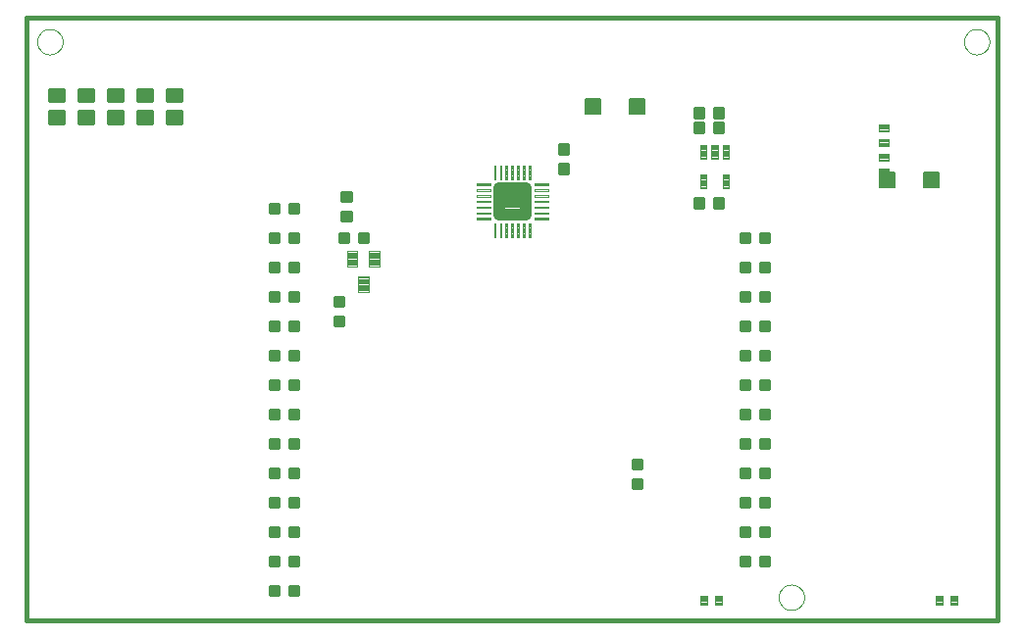
<source format=gbp>
G75*
%MOMM*%
%OFA0B0*%
%FSLAX33Y33*%
%IPPOS*%
%LPD*%
%AMOC8*
5,1,8,0,0,1.08239X$1,22.5*
%
%ADD10C,0.406*%
%ADD11C,0.000*%
%ADD12C,0.300*%
%ADD13C,0.100*%
%ADD14C,0.102*%
%ADD15C,0.140*%
%ADD16C,0.105*%
%ADD17C,0.390*%
%ADD18C,0.103*%
%ADD19C,1.056*%
D10*
X00000Y00000D02*
X00000Y52060D01*
X83820Y52070D01*
X83820Y00000D01*
X00000Y00000D01*
D11*
X00900Y50000D02*
X00902Y50066D01*
X00908Y50131D01*
X00918Y50196D01*
X00931Y50261D01*
X00949Y50324D01*
X00970Y50387D01*
X00995Y50447D01*
X01024Y50507D01*
X01056Y50564D01*
X01091Y50620D01*
X01130Y50673D01*
X01172Y50724D01*
X01216Y50772D01*
X01264Y50817D01*
X01314Y50860D01*
X01367Y50899D01*
X01422Y50936D01*
X01479Y50969D01*
X01538Y50998D01*
X01598Y51024D01*
X01660Y51046D01*
X01723Y51065D01*
X01787Y51079D01*
X01852Y51090D01*
X01918Y51097D01*
X01984Y51100D01*
X02049Y51099D01*
X02115Y51094D01*
X02180Y51085D01*
X02245Y51072D01*
X02308Y51056D01*
X02371Y51036D01*
X02432Y51011D01*
X02492Y50984D01*
X02550Y50953D01*
X02606Y50918D01*
X02660Y50880D01*
X02711Y50839D01*
X02760Y50795D01*
X02806Y50748D01*
X02850Y50699D01*
X02890Y50647D01*
X02927Y50592D01*
X02961Y50536D01*
X02991Y50477D01*
X03018Y50417D01*
X03041Y50356D01*
X03060Y50293D01*
X03076Y50229D01*
X03088Y50164D01*
X03096Y50099D01*
X03100Y50033D01*
X03100Y49967D01*
X03096Y49901D01*
X03088Y49836D01*
X03076Y49771D01*
X03060Y49707D01*
X03041Y49644D01*
X03018Y49583D01*
X02991Y49523D01*
X02961Y49464D01*
X02927Y49408D01*
X02890Y49353D01*
X02850Y49301D01*
X02806Y49252D01*
X02760Y49205D01*
X02711Y49161D01*
X02660Y49120D01*
X02606Y49082D01*
X02550Y49047D01*
X02492Y49016D01*
X02432Y48989D01*
X02371Y48964D01*
X02308Y48944D01*
X02245Y48928D01*
X02180Y48915D01*
X02115Y48906D01*
X02049Y48901D01*
X01984Y48900D01*
X01918Y48903D01*
X01852Y48910D01*
X01787Y48921D01*
X01723Y48935D01*
X01660Y48954D01*
X01598Y48976D01*
X01538Y49002D01*
X01479Y49031D01*
X01422Y49064D01*
X01367Y49101D01*
X01314Y49140D01*
X01264Y49183D01*
X01216Y49228D01*
X01172Y49276D01*
X01130Y49327D01*
X01091Y49380D01*
X01056Y49436D01*
X01024Y49493D01*
X00995Y49553D01*
X00970Y49613D01*
X00949Y49676D01*
X00931Y49739D01*
X00918Y49804D01*
X00908Y49869D01*
X00902Y49934D01*
X00900Y50000D01*
X64900Y02000D02*
X64902Y02066D01*
X64908Y02131D01*
X64918Y02196D01*
X64931Y02261D01*
X64949Y02324D01*
X64970Y02387D01*
X64995Y02447D01*
X65024Y02507D01*
X65056Y02564D01*
X65091Y02620D01*
X65130Y02673D01*
X65172Y02724D01*
X65216Y02772D01*
X65264Y02817D01*
X65314Y02860D01*
X65367Y02899D01*
X65422Y02936D01*
X65479Y02969D01*
X65538Y02998D01*
X65598Y03024D01*
X65660Y03046D01*
X65723Y03065D01*
X65787Y03079D01*
X65852Y03090D01*
X65918Y03097D01*
X65984Y03100D01*
X66049Y03099D01*
X66115Y03094D01*
X66180Y03085D01*
X66245Y03072D01*
X66308Y03056D01*
X66371Y03036D01*
X66432Y03011D01*
X66492Y02984D01*
X66550Y02953D01*
X66606Y02918D01*
X66660Y02880D01*
X66711Y02839D01*
X66760Y02795D01*
X66806Y02748D01*
X66850Y02699D01*
X66890Y02647D01*
X66927Y02592D01*
X66961Y02536D01*
X66991Y02477D01*
X67018Y02417D01*
X67041Y02356D01*
X67060Y02293D01*
X67076Y02229D01*
X67088Y02164D01*
X67096Y02099D01*
X67100Y02033D01*
X67100Y01967D01*
X67096Y01901D01*
X67088Y01836D01*
X67076Y01771D01*
X67060Y01707D01*
X67041Y01644D01*
X67018Y01583D01*
X66991Y01523D01*
X66961Y01464D01*
X66927Y01408D01*
X66890Y01353D01*
X66850Y01301D01*
X66806Y01252D01*
X66760Y01205D01*
X66711Y01161D01*
X66660Y01120D01*
X66606Y01082D01*
X66550Y01047D01*
X66492Y01016D01*
X66432Y00989D01*
X66371Y00964D01*
X66308Y00944D01*
X66245Y00928D01*
X66180Y00915D01*
X66115Y00906D01*
X66049Y00901D01*
X65984Y00900D01*
X65918Y00903D01*
X65852Y00910D01*
X65787Y00921D01*
X65723Y00935D01*
X65660Y00954D01*
X65598Y00976D01*
X65538Y01002D01*
X65479Y01031D01*
X65422Y01064D01*
X65367Y01101D01*
X65314Y01140D01*
X65264Y01183D01*
X65216Y01228D01*
X65172Y01276D01*
X65130Y01327D01*
X65091Y01380D01*
X65056Y01436D01*
X65024Y01493D01*
X64995Y01553D01*
X64970Y01613D01*
X64949Y01676D01*
X64931Y01739D01*
X64918Y01804D01*
X64908Y01869D01*
X64902Y01934D01*
X64900Y02000D01*
X80900Y50000D02*
X80902Y50066D01*
X80908Y50131D01*
X80918Y50196D01*
X80931Y50261D01*
X80949Y50324D01*
X80970Y50387D01*
X80995Y50447D01*
X81024Y50507D01*
X81056Y50564D01*
X81091Y50620D01*
X81130Y50673D01*
X81172Y50724D01*
X81216Y50772D01*
X81264Y50817D01*
X81314Y50860D01*
X81367Y50899D01*
X81422Y50936D01*
X81479Y50969D01*
X81538Y50998D01*
X81598Y51024D01*
X81660Y51046D01*
X81723Y51065D01*
X81787Y51079D01*
X81852Y51090D01*
X81918Y51097D01*
X81984Y51100D01*
X82049Y51099D01*
X82115Y51094D01*
X82180Y51085D01*
X82245Y51072D01*
X82308Y51056D01*
X82371Y51036D01*
X82432Y51011D01*
X82492Y50984D01*
X82550Y50953D01*
X82606Y50918D01*
X82660Y50880D01*
X82711Y50839D01*
X82760Y50795D01*
X82806Y50748D01*
X82850Y50699D01*
X82890Y50647D01*
X82927Y50592D01*
X82961Y50536D01*
X82991Y50477D01*
X83018Y50417D01*
X83041Y50356D01*
X83060Y50293D01*
X83076Y50229D01*
X83088Y50164D01*
X83096Y50099D01*
X83100Y50033D01*
X83100Y49967D01*
X83096Y49901D01*
X83088Y49836D01*
X83076Y49771D01*
X83060Y49707D01*
X83041Y49644D01*
X83018Y49583D01*
X82991Y49523D01*
X82961Y49464D01*
X82927Y49408D01*
X82890Y49353D01*
X82850Y49301D01*
X82806Y49252D01*
X82760Y49205D01*
X82711Y49161D01*
X82660Y49120D01*
X82606Y49082D01*
X82550Y49047D01*
X82492Y49016D01*
X82432Y48989D01*
X82371Y48964D01*
X82308Y48944D01*
X82245Y48928D01*
X82180Y48915D01*
X82115Y48906D01*
X82049Y48901D01*
X81984Y48900D01*
X81918Y48903D01*
X81852Y48910D01*
X81787Y48921D01*
X81723Y48935D01*
X81660Y48954D01*
X81598Y48976D01*
X81538Y49002D01*
X81479Y49031D01*
X81422Y49064D01*
X81367Y49101D01*
X81314Y49140D01*
X81264Y49183D01*
X81216Y49228D01*
X81172Y49276D01*
X81130Y49327D01*
X81091Y49380D01*
X81056Y49436D01*
X81024Y49493D01*
X80995Y49553D01*
X80970Y49613D01*
X80949Y49676D01*
X80931Y49739D01*
X80918Y49804D01*
X80908Y49869D01*
X80902Y49934D01*
X80900Y50000D01*
D12*
X64065Y33370D02*
X63365Y33370D01*
X64065Y33370D02*
X64065Y32670D01*
X63365Y32670D01*
X63365Y33370D01*
X63365Y32969D02*
X64065Y32969D01*
X64065Y33268D02*
X63365Y33268D01*
X62365Y33370D02*
X61665Y33370D01*
X62365Y33370D02*
X62365Y32670D01*
X61665Y32670D01*
X61665Y33370D01*
X61665Y32969D02*
X62365Y32969D01*
X62365Y33268D02*
X61665Y33268D01*
X61665Y30830D02*
X62365Y30830D01*
X62365Y30130D01*
X61665Y30130D01*
X61665Y30830D01*
X61665Y30429D02*
X62365Y30429D01*
X62365Y30728D02*
X61665Y30728D01*
X63365Y30830D02*
X64065Y30830D01*
X64065Y30130D01*
X63365Y30130D01*
X63365Y30830D01*
X63365Y30429D02*
X64065Y30429D01*
X64065Y30728D02*
X63365Y30728D01*
X63365Y28290D02*
X64065Y28290D01*
X64065Y27590D01*
X63365Y27590D01*
X63365Y28290D01*
X63365Y27889D02*
X64065Y27889D01*
X64065Y28188D02*
X63365Y28188D01*
X62365Y28290D02*
X61665Y28290D01*
X62365Y28290D02*
X62365Y27590D01*
X61665Y27590D01*
X61665Y28290D01*
X61665Y27889D02*
X62365Y27889D01*
X62365Y28188D02*
X61665Y28188D01*
X61665Y25750D02*
X62365Y25750D01*
X62365Y25050D01*
X61665Y25050D01*
X61665Y25750D01*
X61665Y25349D02*
X62365Y25349D01*
X62365Y25648D02*
X61665Y25648D01*
X63365Y25750D02*
X64065Y25750D01*
X64065Y25050D01*
X63365Y25050D01*
X63365Y25750D01*
X63365Y25349D02*
X64065Y25349D01*
X64065Y25648D02*
X63365Y25648D01*
X63365Y23210D02*
X64065Y23210D01*
X64065Y22510D01*
X63365Y22510D01*
X63365Y23210D01*
X63365Y22809D02*
X64065Y22809D01*
X64065Y23108D02*
X63365Y23108D01*
X62365Y23210D02*
X61665Y23210D01*
X62365Y23210D02*
X62365Y22510D01*
X61665Y22510D01*
X61665Y23210D01*
X61665Y22809D02*
X62365Y22809D01*
X62365Y23108D02*
X61665Y23108D01*
X61665Y20670D02*
X62365Y20670D01*
X62365Y19970D01*
X61665Y19970D01*
X61665Y20670D01*
X61665Y20269D02*
X62365Y20269D01*
X62365Y20568D02*
X61665Y20568D01*
X63365Y20670D02*
X64065Y20670D01*
X64065Y19970D01*
X63365Y19970D01*
X63365Y20670D01*
X63365Y20269D02*
X64065Y20269D01*
X64065Y20568D02*
X63365Y20568D01*
X63365Y18130D02*
X64065Y18130D01*
X64065Y17430D01*
X63365Y17430D01*
X63365Y18130D01*
X63365Y17729D02*
X64065Y17729D01*
X64065Y18028D02*
X63365Y18028D01*
X62365Y18130D02*
X61665Y18130D01*
X62365Y18130D02*
X62365Y17430D01*
X61665Y17430D01*
X61665Y18130D01*
X61665Y17729D02*
X62365Y17729D01*
X62365Y18028D02*
X61665Y18028D01*
X61665Y15590D02*
X62365Y15590D01*
X62365Y14890D01*
X61665Y14890D01*
X61665Y15590D01*
X61665Y15189D02*
X62365Y15189D01*
X62365Y15488D02*
X61665Y15488D01*
X63365Y15590D02*
X64065Y15590D01*
X64065Y14890D01*
X63365Y14890D01*
X63365Y15590D01*
X63365Y15189D02*
X64065Y15189D01*
X64065Y15488D02*
X63365Y15488D01*
X63365Y13050D02*
X64065Y13050D01*
X64065Y12350D01*
X63365Y12350D01*
X63365Y13050D01*
X63365Y12649D02*
X64065Y12649D01*
X64065Y12948D02*
X63365Y12948D01*
X62365Y13050D02*
X61665Y13050D01*
X62365Y13050D02*
X62365Y12350D01*
X61665Y12350D01*
X61665Y13050D01*
X61665Y12649D02*
X62365Y12649D01*
X62365Y12948D02*
X61665Y12948D01*
X61665Y10510D02*
X62365Y10510D01*
X62365Y09810D01*
X61665Y09810D01*
X61665Y10510D01*
X61665Y10109D02*
X62365Y10109D01*
X62365Y10408D02*
X61665Y10408D01*
X63365Y10510D02*
X64065Y10510D01*
X64065Y09810D01*
X63365Y09810D01*
X63365Y10510D01*
X63365Y10109D02*
X64065Y10109D01*
X64065Y10408D02*
X63365Y10408D01*
X63365Y07970D02*
X64065Y07970D01*
X64065Y07270D01*
X63365Y07270D01*
X63365Y07970D01*
X63365Y07569D02*
X64065Y07569D01*
X64065Y07868D02*
X63365Y07868D01*
X62365Y07970D02*
X61665Y07970D01*
X62365Y07970D02*
X62365Y07270D01*
X61665Y07270D01*
X61665Y07970D01*
X61665Y07569D02*
X62365Y07569D01*
X62365Y07868D02*
X61665Y07868D01*
X61665Y05430D02*
X62365Y05430D01*
X62365Y04730D01*
X61665Y04730D01*
X61665Y05430D01*
X61665Y05029D02*
X62365Y05029D01*
X62365Y05328D02*
X61665Y05328D01*
X63365Y05430D02*
X64065Y05430D01*
X64065Y04730D01*
X63365Y04730D01*
X63365Y05430D01*
X63365Y05029D02*
X64065Y05029D01*
X64065Y05328D02*
X63365Y05328D01*
X53070Y11417D02*
X53070Y12117D01*
X53070Y11417D02*
X52370Y11417D01*
X52370Y12117D01*
X53070Y12117D01*
X53070Y11716D02*
X52370Y11716D01*
X52370Y12015D02*
X53070Y12015D01*
X53070Y13117D02*
X53070Y13817D01*
X53070Y13117D02*
X52370Y13117D01*
X52370Y13817D01*
X53070Y13817D01*
X53070Y13416D02*
X52370Y13416D01*
X52370Y13715D02*
X53070Y13715D01*
X57696Y35686D02*
X58396Y35686D01*
X57696Y35686D02*
X57696Y36386D01*
X58396Y36386D01*
X58396Y35686D01*
X58396Y35985D02*
X57696Y35985D01*
X57696Y36284D02*
X58396Y36284D01*
X59396Y35686D02*
X60096Y35686D01*
X59396Y35686D02*
X59396Y36386D01*
X60096Y36386D01*
X60096Y35686D01*
X60096Y35985D02*
X59396Y35985D01*
X59396Y36284D02*
X60096Y36284D01*
X60096Y42195D02*
X59396Y42195D01*
X59396Y42895D01*
X60096Y42895D01*
X60096Y42195D01*
X60096Y42494D02*
X59396Y42494D01*
X59396Y42793D02*
X60096Y42793D01*
X60096Y43465D02*
X59396Y43465D01*
X59396Y44165D01*
X60096Y44165D01*
X60096Y43465D01*
X60096Y43764D02*
X59396Y43764D01*
X59396Y44063D02*
X60096Y44063D01*
X58396Y43465D02*
X57696Y43465D01*
X57696Y44165D01*
X58396Y44165D01*
X58396Y43465D01*
X58396Y43764D02*
X57696Y43764D01*
X57696Y44063D02*
X58396Y44063D01*
X58396Y42195D02*
X57696Y42195D01*
X57696Y42895D01*
X58396Y42895D01*
X58396Y42195D01*
X58396Y42494D02*
X57696Y42494D01*
X57696Y42793D02*
X58396Y42793D01*
X46705Y41046D02*
X46705Y40346D01*
X46005Y40346D01*
X46005Y41046D01*
X46705Y41046D01*
X46705Y40645D02*
X46005Y40645D01*
X46005Y40944D02*
X46705Y40944D01*
X46705Y39346D02*
X46705Y38646D01*
X46005Y38646D01*
X46005Y39346D01*
X46705Y39346D01*
X46705Y38945D02*
X46005Y38945D01*
X46005Y39244D02*
X46705Y39244D01*
X29457Y33370D02*
X28757Y33370D01*
X29457Y33370D02*
X29457Y32670D01*
X28757Y32670D01*
X28757Y33370D01*
X28757Y32969D02*
X29457Y32969D01*
X29457Y33268D02*
X28757Y33268D01*
X27757Y33370D02*
X27057Y33370D01*
X27757Y33370D02*
X27757Y32670D01*
X27057Y32670D01*
X27057Y33370D01*
X27057Y32969D02*
X27757Y32969D01*
X27757Y33268D02*
X27057Y33268D01*
X27272Y34519D02*
X27272Y35219D01*
X27972Y35219D01*
X27972Y34519D01*
X27272Y34519D01*
X27272Y34818D02*
X27972Y34818D01*
X27972Y35117D02*
X27272Y35117D01*
X27272Y36219D02*
X27272Y36919D01*
X27972Y36919D01*
X27972Y36219D01*
X27272Y36219D01*
X27272Y36518D02*
X27972Y36518D01*
X27972Y36817D02*
X27272Y36817D01*
X23425Y35210D02*
X22725Y35210D01*
X22725Y35910D01*
X23425Y35910D01*
X23425Y35210D01*
X23425Y35509D02*
X22725Y35509D01*
X22725Y35808D02*
X23425Y35808D01*
X21725Y35210D02*
X21025Y35210D01*
X21025Y35910D01*
X21725Y35910D01*
X21725Y35210D01*
X21725Y35509D02*
X21025Y35509D01*
X21025Y35808D02*
X21725Y35808D01*
X21725Y32670D02*
X21025Y32670D01*
X21025Y33370D01*
X21725Y33370D01*
X21725Y32670D01*
X21725Y32969D02*
X21025Y32969D01*
X21025Y33268D02*
X21725Y33268D01*
X22725Y32670D02*
X23425Y32670D01*
X22725Y32670D02*
X22725Y33370D01*
X23425Y33370D01*
X23425Y32670D01*
X23425Y32969D02*
X22725Y32969D01*
X22725Y33268D02*
X23425Y33268D01*
X23425Y30130D02*
X22725Y30130D01*
X22725Y30830D01*
X23425Y30830D01*
X23425Y30130D01*
X23425Y30429D02*
X22725Y30429D01*
X22725Y30728D02*
X23425Y30728D01*
X21725Y30130D02*
X21025Y30130D01*
X21025Y30830D01*
X21725Y30830D01*
X21725Y30130D01*
X21725Y30429D02*
X21025Y30429D01*
X21025Y30728D02*
X21725Y30728D01*
X21725Y27590D02*
X21025Y27590D01*
X21025Y28290D01*
X21725Y28290D01*
X21725Y27590D01*
X21725Y27889D02*
X21025Y27889D01*
X21025Y28188D02*
X21725Y28188D01*
X22725Y27590D02*
X23425Y27590D01*
X22725Y27590D02*
X22725Y28290D01*
X23425Y28290D01*
X23425Y27590D01*
X23425Y27889D02*
X22725Y27889D01*
X22725Y28188D02*
X23425Y28188D01*
X23425Y25050D02*
X22725Y25050D01*
X22725Y25750D01*
X23425Y25750D01*
X23425Y25050D01*
X23425Y25349D02*
X22725Y25349D01*
X22725Y25648D02*
X23425Y25648D01*
X21725Y25050D02*
X21025Y25050D01*
X21025Y25750D01*
X21725Y25750D01*
X21725Y25050D01*
X21725Y25349D02*
X21025Y25349D01*
X21025Y25648D02*
X21725Y25648D01*
X21725Y22510D02*
X21025Y22510D01*
X21025Y23210D01*
X21725Y23210D01*
X21725Y22510D01*
X21725Y22809D02*
X21025Y22809D01*
X21025Y23108D02*
X21725Y23108D01*
X22725Y22510D02*
X23425Y22510D01*
X22725Y22510D02*
X22725Y23210D01*
X23425Y23210D01*
X23425Y22510D01*
X23425Y22809D02*
X22725Y22809D01*
X22725Y23108D02*
X23425Y23108D01*
X23425Y19970D02*
X22725Y19970D01*
X22725Y20670D01*
X23425Y20670D01*
X23425Y19970D01*
X23425Y20269D02*
X22725Y20269D01*
X22725Y20568D02*
X23425Y20568D01*
X21725Y19970D02*
X21025Y19970D01*
X21025Y20670D01*
X21725Y20670D01*
X21725Y19970D01*
X21725Y20269D02*
X21025Y20269D01*
X21025Y20568D02*
X21725Y20568D01*
X21725Y17430D02*
X21025Y17430D01*
X21025Y18130D01*
X21725Y18130D01*
X21725Y17430D01*
X21725Y17729D02*
X21025Y17729D01*
X21025Y18028D02*
X21725Y18028D01*
X22725Y17430D02*
X23425Y17430D01*
X22725Y17430D02*
X22725Y18130D01*
X23425Y18130D01*
X23425Y17430D01*
X23425Y17729D02*
X22725Y17729D01*
X22725Y18028D02*
X23425Y18028D01*
X23425Y14890D02*
X22725Y14890D01*
X22725Y15590D01*
X23425Y15590D01*
X23425Y14890D01*
X23425Y15189D02*
X22725Y15189D01*
X22725Y15488D02*
X23425Y15488D01*
X21725Y14890D02*
X21025Y14890D01*
X21025Y15590D01*
X21725Y15590D01*
X21725Y14890D01*
X21725Y15189D02*
X21025Y15189D01*
X21025Y15488D02*
X21725Y15488D01*
X21725Y12350D02*
X21025Y12350D01*
X21025Y13050D01*
X21725Y13050D01*
X21725Y12350D01*
X21725Y12649D02*
X21025Y12649D01*
X21025Y12948D02*
X21725Y12948D01*
X22725Y12350D02*
X23425Y12350D01*
X22725Y12350D02*
X22725Y13050D01*
X23425Y13050D01*
X23425Y12350D01*
X23425Y12649D02*
X22725Y12649D01*
X22725Y12948D02*
X23425Y12948D01*
X23425Y09810D02*
X22725Y09810D01*
X22725Y10510D01*
X23425Y10510D01*
X23425Y09810D01*
X23425Y10109D02*
X22725Y10109D01*
X22725Y10408D02*
X23425Y10408D01*
X21725Y09810D02*
X21025Y09810D01*
X21025Y10510D01*
X21725Y10510D01*
X21725Y09810D01*
X21725Y10109D02*
X21025Y10109D01*
X21025Y10408D02*
X21725Y10408D01*
X21725Y07270D02*
X21025Y07270D01*
X21025Y07970D01*
X21725Y07970D01*
X21725Y07270D01*
X21725Y07569D02*
X21025Y07569D01*
X21025Y07868D02*
X21725Y07868D01*
X22725Y07270D02*
X23425Y07270D01*
X22725Y07270D02*
X22725Y07970D01*
X23425Y07970D01*
X23425Y07270D01*
X23425Y07569D02*
X22725Y07569D01*
X22725Y07868D02*
X23425Y07868D01*
X23425Y04730D02*
X22725Y04730D01*
X22725Y05430D01*
X23425Y05430D01*
X23425Y04730D01*
X23425Y05029D02*
X22725Y05029D01*
X22725Y05328D02*
X23425Y05328D01*
X21725Y04730D02*
X21025Y04730D01*
X21025Y05430D01*
X21725Y05430D01*
X21725Y04730D01*
X21725Y05029D02*
X21025Y05029D01*
X21025Y05328D02*
X21725Y05328D01*
X21725Y02190D02*
X21025Y02190D01*
X21025Y02890D01*
X21725Y02890D01*
X21725Y02190D01*
X21725Y02489D02*
X21025Y02489D01*
X21025Y02788D02*
X21725Y02788D01*
X22725Y02190D02*
X23425Y02190D01*
X22725Y02190D02*
X22725Y02890D01*
X23425Y02890D01*
X23425Y02190D01*
X23425Y02489D02*
X22725Y02489D01*
X22725Y02788D02*
X23425Y02788D01*
X26637Y25470D02*
X26637Y26170D01*
X27337Y26170D01*
X27337Y25470D01*
X26637Y25470D01*
X26637Y25769D02*
X27337Y25769D01*
X27337Y26068D02*
X26637Y26068D01*
X26637Y27170D02*
X26637Y27870D01*
X27337Y27870D01*
X27337Y27170D01*
X26637Y27170D01*
X26637Y27469D02*
X27337Y27469D01*
X27337Y27768D02*
X26637Y27768D01*
D13*
X28601Y28412D02*
X29501Y28412D01*
X28601Y28412D02*
X28601Y29712D01*
X29501Y29712D01*
X29501Y28412D01*
X29501Y28511D02*
X28601Y28511D01*
X28601Y28610D02*
X29501Y28610D01*
X29501Y28709D02*
X28601Y28709D01*
X28601Y28808D02*
X29501Y28808D01*
X29501Y28907D02*
X28601Y28907D01*
X28601Y29006D02*
X29501Y29006D01*
X29501Y29105D02*
X28601Y29105D01*
X28601Y29204D02*
X29501Y29204D01*
X29501Y29303D02*
X28601Y29303D01*
X28601Y29402D02*
X29501Y29402D01*
X29501Y29501D02*
X28601Y29501D01*
X28601Y29600D02*
X29501Y29600D01*
X29501Y29699D02*
X28601Y29699D01*
X28551Y30612D02*
X27651Y30612D01*
X27651Y31912D01*
X28551Y31912D01*
X28551Y30612D01*
X28551Y30711D02*
X27651Y30711D01*
X27651Y30810D02*
X28551Y30810D01*
X28551Y30909D02*
X27651Y30909D01*
X27651Y31008D02*
X28551Y31008D01*
X28551Y31107D02*
X27651Y31107D01*
X27651Y31206D02*
X28551Y31206D01*
X28551Y31305D02*
X27651Y31305D01*
X27651Y31404D02*
X28551Y31404D01*
X28551Y31503D02*
X27651Y31503D01*
X27651Y31602D02*
X28551Y31602D01*
X28551Y31701D02*
X27651Y31701D01*
X27651Y31800D02*
X28551Y31800D01*
X28551Y31899D02*
X27651Y31899D01*
X29551Y30612D02*
X30451Y30612D01*
X29551Y30612D02*
X29551Y31912D01*
X30451Y31912D01*
X30451Y30612D01*
X30451Y30711D02*
X29551Y30711D01*
X29551Y30810D02*
X30451Y30810D01*
X30451Y30909D02*
X29551Y30909D01*
X29551Y31008D02*
X30451Y31008D01*
X30451Y31107D02*
X29551Y31107D01*
X29551Y31206D02*
X30451Y31206D01*
X30451Y31305D02*
X29551Y31305D01*
X29551Y31404D02*
X30451Y31404D01*
X30451Y31503D02*
X29551Y31503D01*
X29551Y31602D02*
X30451Y31602D01*
X30451Y31701D02*
X29551Y31701D01*
X29551Y31800D02*
X30451Y31800D01*
X30451Y31899D02*
X29551Y31899D01*
D14*
X58688Y37357D02*
X58688Y38525D01*
X58688Y37357D02*
X58156Y37357D01*
X58156Y38525D01*
X58688Y38525D01*
X58688Y37458D02*
X58156Y37458D01*
X58156Y37559D02*
X58688Y37559D01*
X58688Y37660D02*
X58156Y37660D01*
X58156Y37761D02*
X58688Y37761D01*
X58688Y37862D02*
X58156Y37862D01*
X58156Y37963D02*
X58688Y37963D01*
X58688Y38064D02*
X58156Y38064D01*
X58156Y38165D02*
X58688Y38165D01*
X58688Y38266D02*
X58156Y38266D01*
X58156Y38367D02*
X58688Y38367D01*
X58688Y38468D02*
X58156Y38468D01*
X58156Y39897D02*
X58156Y41065D01*
X58688Y41065D01*
X58688Y39897D01*
X58156Y39897D01*
X58156Y39998D02*
X58688Y39998D01*
X58688Y40099D02*
X58156Y40099D01*
X58156Y40200D02*
X58688Y40200D01*
X58688Y40301D02*
X58156Y40301D01*
X58156Y40402D02*
X58688Y40402D01*
X58688Y40503D02*
X58156Y40503D01*
X58156Y40604D02*
X58688Y40604D01*
X58688Y40705D02*
X58156Y40705D01*
X58156Y40806D02*
X58688Y40806D01*
X58688Y40907D02*
X58156Y40907D01*
X58156Y41008D02*
X58688Y41008D01*
X59106Y41065D02*
X59106Y39897D01*
X59106Y41065D02*
X59638Y41065D01*
X59638Y39897D01*
X59106Y39897D01*
X59106Y39998D02*
X59638Y39998D01*
X59638Y40099D02*
X59106Y40099D01*
X59106Y40200D02*
X59638Y40200D01*
X59638Y40301D02*
X59106Y40301D01*
X59106Y40402D02*
X59638Y40402D01*
X59638Y40503D02*
X59106Y40503D01*
X59106Y40604D02*
X59638Y40604D01*
X59638Y40705D02*
X59106Y40705D01*
X59106Y40806D02*
X59638Y40806D01*
X59638Y40907D02*
X59106Y40907D01*
X59106Y41008D02*
X59638Y41008D01*
X60056Y41065D02*
X60056Y39897D01*
X60056Y41065D02*
X60588Y41065D01*
X60588Y39897D01*
X60056Y39897D01*
X60056Y39998D02*
X60588Y39998D01*
X60588Y40099D02*
X60056Y40099D01*
X60056Y40200D02*
X60588Y40200D01*
X60588Y40301D02*
X60056Y40301D01*
X60056Y40402D02*
X60588Y40402D01*
X60588Y40503D02*
X60056Y40503D01*
X60056Y40604D02*
X60588Y40604D01*
X60588Y40705D02*
X60056Y40705D01*
X60056Y40806D02*
X60588Y40806D01*
X60588Y40907D02*
X60056Y40907D01*
X60056Y41008D02*
X60588Y41008D01*
X60588Y38525D02*
X60588Y37357D01*
X60056Y37357D01*
X60056Y38525D01*
X60588Y38525D01*
X60588Y37458D02*
X60056Y37458D01*
X60056Y37559D02*
X60588Y37559D01*
X60588Y37660D02*
X60056Y37660D01*
X60056Y37761D02*
X60588Y37761D01*
X60588Y37862D02*
X60056Y37862D01*
X60056Y37963D02*
X60588Y37963D01*
X60588Y38064D02*
X60056Y38064D01*
X60056Y38165D02*
X60588Y38165D01*
X60588Y38266D02*
X60056Y38266D01*
X60056Y38367D02*
X60588Y38367D01*
X60588Y38468D02*
X60056Y38468D01*
D15*
X53330Y45080D02*
X52070Y45080D01*
X53330Y45080D02*
X53330Y43820D01*
X52070Y43820D01*
X52070Y45080D01*
X52070Y43959D02*
X53330Y43959D01*
X53330Y44098D02*
X52070Y44098D01*
X52070Y44237D02*
X53330Y44237D01*
X53330Y44376D02*
X52070Y44376D01*
X52070Y44515D02*
X53330Y44515D01*
X53330Y44654D02*
X52070Y44654D01*
X52070Y44793D02*
X53330Y44793D01*
X53330Y44932D02*
X52070Y44932D01*
X52070Y45071D02*
X53330Y45071D01*
X49530Y45080D02*
X48270Y45080D01*
X49530Y45080D02*
X49530Y43820D01*
X48270Y43820D01*
X48270Y45080D01*
X48270Y43959D02*
X49530Y43959D01*
X49530Y44098D02*
X48270Y44098D01*
X48270Y44237D02*
X49530Y44237D01*
X49530Y44376D02*
X48270Y44376D01*
X48270Y44515D02*
X49530Y44515D01*
X49530Y44654D02*
X48270Y44654D01*
X48270Y44793D02*
X49530Y44793D01*
X49530Y44932D02*
X48270Y44932D01*
X48270Y45071D02*
X49530Y45071D01*
X73670Y37470D02*
X74930Y37470D01*
X73670Y37470D02*
X73670Y38730D01*
X74930Y38730D01*
X74930Y37470D01*
X74930Y37609D02*
X73670Y37609D01*
X73670Y37748D02*
X74930Y37748D01*
X74930Y37887D02*
X73670Y37887D01*
X73670Y38026D02*
X74930Y38026D01*
X74930Y38165D02*
X73670Y38165D01*
X73670Y38304D02*
X74930Y38304D01*
X74930Y38443D02*
X73670Y38443D01*
X73670Y38582D02*
X74930Y38582D01*
X74930Y38721D02*
X73670Y38721D01*
X77470Y37470D02*
X78730Y37470D01*
X77470Y37470D02*
X77470Y38730D01*
X78730Y38730D01*
X78730Y37470D01*
X78730Y37609D02*
X77470Y37609D01*
X77470Y37748D02*
X78730Y37748D01*
X78730Y37887D02*
X77470Y37887D01*
X77470Y38026D02*
X78730Y38026D01*
X78730Y38165D02*
X77470Y38165D01*
X77470Y38304D02*
X78730Y38304D01*
X78730Y38443D02*
X77470Y38443D01*
X77470Y38582D02*
X78730Y38582D01*
X78730Y38721D02*
X77470Y38721D01*
D16*
X74376Y39018D02*
X74376Y38422D01*
X73580Y38422D01*
X73580Y39018D01*
X74376Y39018D01*
X74376Y38526D02*
X73580Y38526D01*
X73580Y38630D02*
X74376Y38630D01*
X74376Y38734D02*
X73580Y38734D01*
X73580Y38838D02*
X74376Y38838D01*
X74376Y38942D02*
X73580Y38942D01*
X74376Y39722D02*
X74376Y40318D01*
X74376Y39722D02*
X73580Y39722D01*
X73580Y40318D01*
X74376Y40318D01*
X74376Y39826D02*
X73580Y39826D01*
X73580Y39930D02*
X74376Y39930D01*
X74376Y40034D02*
X73580Y40034D01*
X73580Y40138D02*
X74376Y40138D01*
X74376Y40242D02*
X73580Y40242D01*
X73580Y40962D02*
X73580Y41558D01*
X74376Y41558D01*
X74376Y40962D01*
X73580Y40962D01*
X73580Y41066D02*
X74376Y41066D01*
X74376Y41170D02*
X73580Y41170D01*
X73580Y41274D02*
X74376Y41274D01*
X74376Y41378D02*
X73580Y41378D01*
X73580Y41482D02*
X74376Y41482D01*
X73580Y42262D02*
X73580Y42858D01*
X74376Y42858D01*
X74376Y42262D01*
X73580Y42262D01*
X73580Y42366D02*
X74376Y42366D01*
X74376Y42470D02*
X73580Y42470D01*
X73580Y42574D02*
X74376Y42574D01*
X74376Y42678D02*
X73580Y42678D01*
X73580Y42782D02*
X74376Y42782D01*
X78427Y02144D02*
X79023Y02144D01*
X79023Y01348D01*
X78427Y01348D01*
X78427Y02144D01*
X78427Y01452D02*
X79023Y01452D01*
X79023Y01556D02*
X78427Y01556D01*
X78427Y01660D02*
X79023Y01660D01*
X79023Y01764D02*
X78427Y01764D01*
X78427Y01868D02*
X79023Y01868D01*
X79023Y01972D02*
X78427Y01972D01*
X78427Y02076D02*
X79023Y02076D01*
X79727Y02144D02*
X80323Y02144D01*
X80323Y01348D01*
X79727Y01348D01*
X79727Y02144D01*
X79727Y01452D02*
X80323Y01452D01*
X80323Y01556D02*
X79727Y01556D01*
X79727Y01660D02*
X80323Y01660D01*
X80323Y01764D02*
X79727Y01764D01*
X79727Y01868D02*
X80323Y01868D01*
X80323Y01972D02*
X79727Y01972D01*
X79727Y02076D02*
X80323Y02076D01*
X60003Y01348D02*
X59407Y01348D01*
X59407Y02144D01*
X60003Y02144D01*
X60003Y01348D01*
X60003Y01452D02*
X59407Y01452D01*
X59407Y01556D02*
X60003Y01556D01*
X60003Y01660D02*
X59407Y01660D01*
X59407Y01764D02*
X60003Y01764D01*
X60003Y01868D02*
X59407Y01868D01*
X59407Y01972D02*
X60003Y01972D01*
X60003Y02076D02*
X59407Y02076D01*
X58703Y01348D02*
X58107Y01348D01*
X58107Y02144D01*
X58703Y02144D01*
X58703Y01348D01*
X58703Y01452D02*
X58107Y01452D01*
X58107Y01556D02*
X58703Y01556D01*
X58703Y01660D02*
X58107Y01660D01*
X58107Y01764D02*
X58703Y01764D01*
X58703Y01868D02*
X58107Y01868D01*
X58107Y01972D02*
X58703Y01972D01*
X58703Y02076D02*
X58107Y02076D01*
D17*
X13255Y43045D02*
X13255Y43955D01*
X13255Y43045D02*
X12145Y43045D01*
X12145Y43955D01*
X13255Y43955D01*
X13255Y43434D02*
X12145Y43434D01*
X12145Y43823D02*
X13255Y43823D01*
X13255Y44945D02*
X13255Y45855D01*
X13255Y44945D02*
X12145Y44945D01*
X12145Y45855D01*
X13255Y45855D01*
X13255Y45334D02*
X12145Y45334D01*
X12145Y45723D02*
X13255Y45723D01*
X10715Y45855D02*
X10715Y44945D01*
X09605Y44945D01*
X09605Y45855D01*
X10715Y45855D01*
X10715Y45334D02*
X09605Y45334D01*
X09605Y45723D02*
X10715Y45723D01*
X10715Y43955D02*
X10715Y43045D01*
X09605Y43045D01*
X09605Y43955D01*
X10715Y43955D01*
X10715Y43434D02*
X09605Y43434D01*
X09605Y43823D02*
X10715Y43823D01*
X08175Y43955D02*
X08175Y43045D01*
X07065Y43045D01*
X07065Y43955D01*
X08175Y43955D01*
X08175Y43434D02*
X07065Y43434D01*
X07065Y43823D02*
X08175Y43823D01*
X08175Y44945D02*
X08175Y45855D01*
X08175Y44945D02*
X07065Y44945D01*
X07065Y45855D01*
X08175Y45855D01*
X08175Y45334D02*
X07065Y45334D01*
X07065Y45723D02*
X08175Y45723D01*
X05635Y45855D02*
X05635Y44945D01*
X04525Y44945D01*
X04525Y45855D01*
X05635Y45855D01*
X05635Y45334D02*
X04525Y45334D01*
X04525Y45723D02*
X05635Y45723D01*
X05635Y43955D02*
X05635Y43045D01*
X04525Y43045D01*
X04525Y43955D01*
X05635Y43955D01*
X05635Y43434D02*
X04525Y43434D01*
X04525Y43823D02*
X05635Y43823D01*
X03095Y43955D02*
X03095Y43045D01*
X01985Y43045D01*
X01985Y43955D01*
X03095Y43955D01*
X03095Y43434D02*
X01985Y43434D01*
X01985Y43823D02*
X03095Y43823D01*
X03095Y44945D02*
X03095Y45855D01*
X03095Y44945D02*
X01985Y44945D01*
X01985Y45855D01*
X03095Y45855D01*
X03095Y45334D02*
X01985Y45334D01*
X01985Y45723D02*
X03095Y45723D01*
D18*
X38811Y37621D02*
X40009Y37621D01*
X38811Y37621D02*
X38811Y37769D01*
X40009Y37769D01*
X40009Y37621D01*
X40009Y37722D02*
X38811Y37722D01*
X38811Y37121D02*
X40009Y37121D01*
X38811Y37121D02*
X38811Y37269D01*
X40009Y37269D01*
X40009Y37121D01*
X40009Y37222D02*
X38811Y37222D01*
X38811Y36621D02*
X40009Y36621D01*
X38811Y36621D02*
X38811Y36769D01*
X40009Y36769D01*
X40009Y36621D01*
X40009Y36722D02*
X38811Y36722D01*
X38811Y36121D02*
X40009Y36121D01*
X38811Y36121D02*
X38811Y36269D01*
X40009Y36269D01*
X40009Y36121D01*
X40009Y36222D02*
X38811Y36222D01*
X38811Y35621D02*
X40009Y35621D01*
X38811Y35621D02*
X38811Y35769D01*
X40009Y35769D01*
X40009Y35621D01*
X40009Y35722D02*
X38811Y35722D01*
X38811Y35121D02*
X40009Y35121D01*
X38811Y35121D02*
X38811Y35269D01*
X40009Y35269D01*
X40009Y35121D01*
X40009Y35222D02*
X38811Y35222D01*
X38811Y34621D02*
X40009Y34621D01*
X38811Y34621D02*
X38811Y34769D01*
X40009Y34769D01*
X40009Y34621D01*
X40009Y34722D02*
X38811Y34722D01*
X40484Y34294D02*
X40484Y33096D01*
X40336Y33096D01*
X40336Y34294D01*
X40484Y34294D01*
X40484Y33197D02*
X40336Y33197D01*
X40336Y33298D02*
X40484Y33298D01*
X40484Y33399D02*
X40336Y33399D01*
X40336Y33500D02*
X40484Y33500D01*
X40484Y33601D02*
X40336Y33601D01*
X40336Y33702D02*
X40484Y33702D01*
X40484Y33803D02*
X40336Y33803D01*
X40336Y33904D02*
X40484Y33904D01*
X40484Y34005D02*
X40336Y34005D01*
X40336Y34106D02*
X40484Y34106D01*
X40484Y34207D02*
X40336Y34207D01*
X40984Y34294D02*
X40984Y33096D01*
X40836Y33096D01*
X40836Y34294D01*
X40984Y34294D01*
X40984Y33197D02*
X40836Y33197D01*
X40836Y33298D02*
X40984Y33298D01*
X40984Y33399D02*
X40836Y33399D01*
X40836Y33500D02*
X40984Y33500D01*
X40984Y33601D02*
X40836Y33601D01*
X40836Y33702D02*
X40984Y33702D01*
X40984Y33803D02*
X40836Y33803D01*
X40836Y33904D02*
X40984Y33904D01*
X40984Y34005D02*
X40836Y34005D01*
X40836Y34106D02*
X40984Y34106D01*
X40984Y34207D02*
X40836Y34207D01*
X41484Y34294D02*
X41484Y33096D01*
X41336Y33096D01*
X41336Y34294D01*
X41484Y34294D01*
X41484Y33197D02*
X41336Y33197D01*
X41336Y33298D02*
X41484Y33298D01*
X41484Y33399D02*
X41336Y33399D01*
X41336Y33500D02*
X41484Y33500D01*
X41484Y33601D02*
X41336Y33601D01*
X41336Y33702D02*
X41484Y33702D01*
X41484Y33803D02*
X41336Y33803D01*
X41336Y33904D02*
X41484Y33904D01*
X41484Y34005D02*
X41336Y34005D01*
X41336Y34106D02*
X41484Y34106D01*
X41484Y34207D02*
X41336Y34207D01*
X41984Y34294D02*
X41984Y33096D01*
X41836Y33096D01*
X41836Y34294D01*
X41984Y34294D01*
X41984Y33197D02*
X41836Y33197D01*
X41836Y33298D02*
X41984Y33298D01*
X41984Y33399D02*
X41836Y33399D01*
X41836Y33500D02*
X41984Y33500D01*
X41984Y33601D02*
X41836Y33601D01*
X41836Y33702D02*
X41984Y33702D01*
X41984Y33803D02*
X41836Y33803D01*
X41836Y33904D02*
X41984Y33904D01*
X41984Y34005D02*
X41836Y34005D01*
X41836Y34106D02*
X41984Y34106D01*
X41984Y34207D02*
X41836Y34207D01*
X42484Y34294D02*
X42484Y33096D01*
X42336Y33096D01*
X42336Y34294D01*
X42484Y34294D01*
X42484Y33197D02*
X42336Y33197D01*
X42336Y33298D02*
X42484Y33298D01*
X42484Y33399D02*
X42336Y33399D01*
X42336Y33500D02*
X42484Y33500D01*
X42484Y33601D02*
X42336Y33601D01*
X42336Y33702D02*
X42484Y33702D01*
X42484Y33803D02*
X42336Y33803D01*
X42336Y33904D02*
X42484Y33904D01*
X42484Y34005D02*
X42336Y34005D01*
X42336Y34106D02*
X42484Y34106D01*
X42484Y34207D02*
X42336Y34207D01*
X42984Y34294D02*
X42984Y33096D01*
X42836Y33096D01*
X42836Y34294D01*
X42984Y34294D01*
X42984Y33197D02*
X42836Y33197D01*
X42836Y33298D02*
X42984Y33298D01*
X42984Y33399D02*
X42836Y33399D01*
X42836Y33500D02*
X42984Y33500D01*
X42984Y33601D02*
X42836Y33601D01*
X42836Y33702D02*
X42984Y33702D01*
X42984Y33803D02*
X42836Y33803D01*
X42836Y33904D02*
X42984Y33904D01*
X42984Y34005D02*
X42836Y34005D01*
X42836Y34106D02*
X42984Y34106D01*
X42984Y34207D02*
X42836Y34207D01*
X43484Y34294D02*
X43484Y33096D01*
X43336Y33096D01*
X43336Y34294D01*
X43484Y34294D01*
X43484Y33197D02*
X43336Y33197D01*
X43336Y33298D02*
X43484Y33298D01*
X43484Y33399D02*
X43336Y33399D01*
X43336Y33500D02*
X43484Y33500D01*
X43484Y33601D02*
X43336Y33601D01*
X43336Y33702D02*
X43484Y33702D01*
X43484Y33803D02*
X43336Y33803D01*
X43336Y33904D02*
X43484Y33904D01*
X43484Y34005D02*
X43336Y34005D01*
X43336Y34106D02*
X43484Y34106D01*
X43484Y34207D02*
X43336Y34207D01*
X43811Y34769D02*
X45009Y34769D01*
X45009Y34621D01*
X43811Y34621D01*
X43811Y34769D01*
X43811Y34722D02*
X45009Y34722D01*
X45009Y35269D02*
X43811Y35269D01*
X45009Y35269D02*
X45009Y35121D01*
X43811Y35121D01*
X43811Y35269D01*
X43811Y35222D02*
X45009Y35222D01*
X45009Y35769D02*
X43811Y35769D01*
X45009Y35769D02*
X45009Y35621D01*
X43811Y35621D01*
X43811Y35769D01*
X43811Y35722D02*
X45009Y35722D01*
X45009Y36269D02*
X43811Y36269D01*
X45009Y36269D02*
X45009Y36121D01*
X43811Y36121D01*
X43811Y36269D01*
X43811Y36222D02*
X45009Y36222D01*
X45009Y36769D02*
X43811Y36769D01*
X45009Y36769D02*
X45009Y36621D01*
X43811Y36621D01*
X43811Y36769D01*
X43811Y36722D02*
X45009Y36722D01*
X45009Y37269D02*
X43811Y37269D01*
X45009Y37269D02*
X45009Y37121D01*
X43811Y37121D01*
X43811Y37269D01*
X43811Y37222D02*
X45009Y37222D01*
X45009Y37769D02*
X43811Y37769D01*
X45009Y37769D02*
X45009Y37621D01*
X43811Y37621D01*
X43811Y37769D01*
X43811Y37722D02*
X45009Y37722D01*
X43336Y38096D02*
X43336Y39294D01*
X43484Y39294D01*
X43484Y38096D01*
X43336Y38096D01*
X43336Y38197D02*
X43484Y38197D01*
X43484Y38298D02*
X43336Y38298D01*
X43336Y38399D02*
X43484Y38399D01*
X43484Y38500D02*
X43336Y38500D01*
X43336Y38601D02*
X43484Y38601D01*
X43484Y38702D02*
X43336Y38702D01*
X43336Y38803D02*
X43484Y38803D01*
X43484Y38904D02*
X43336Y38904D01*
X43336Y39005D02*
X43484Y39005D01*
X43484Y39106D02*
X43336Y39106D01*
X43336Y39207D02*
X43484Y39207D01*
X42836Y39294D02*
X42836Y38096D01*
X42836Y39294D02*
X42984Y39294D01*
X42984Y38096D01*
X42836Y38096D01*
X42836Y38197D02*
X42984Y38197D01*
X42984Y38298D02*
X42836Y38298D01*
X42836Y38399D02*
X42984Y38399D01*
X42984Y38500D02*
X42836Y38500D01*
X42836Y38601D02*
X42984Y38601D01*
X42984Y38702D02*
X42836Y38702D01*
X42836Y38803D02*
X42984Y38803D01*
X42984Y38904D02*
X42836Y38904D01*
X42836Y39005D02*
X42984Y39005D01*
X42984Y39106D02*
X42836Y39106D01*
X42836Y39207D02*
X42984Y39207D01*
X42336Y39294D02*
X42336Y38096D01*
X42336Y39294D02*
X42484Y39294D01*
X42484Y38096D01*
X42336Y38096D01*
X42336Y38197D02*
X42484Y38197D01*
X42484Y38298D02*
X42336Y38298D01*
X42336Y38399D02*
X42484Y38399D01*
X42484Y38500D02*
X42336Y38500D01*
X42336Y38601D02*
X42484Y38601D01*
X42484Y38702D02*
X42336Y38702D01*
X42336Y38803D02*
X42484Y38803D01*
X42484Y38904D02*
X42336Y38904D01*
X42336Y39005D02*
X42484Y39005D01*
X42484Y39106D02*
X42336Y39106D01*
X42336Y39207D02*
X42484Y39207D01*
X41836Y39294D02*
X41836Y38096D01*
X41836Y39294D02*
X41984Y39294D01*
X41984Y38096D01*
X41836Y38096D01*
X41836Y38197D02*
X41984Y38197D01*
X41984Y38298D02*
X41836Y38298D01*
X41836Y38399D02*
X41984Y38399D01*
X41984Y38500D02*
X41836Y38500D01*
X41836Y38601D02*
X41984Y38601D01*
X41984Y38702D02*
X41836Y38702D01*
X41836Y38803D02*
X41984Y38803D01*
X41984Y38904D02*
X41836Y38904D01*
X41836Y39005D02*
X41984Y39005D01*
X41984Y39106D02*
X41836Y39106D01*
X41836Y39207D02*
X41984Y39207D01*
X41336Y39294D02*
X41336Y38096D01*
X41336Y39294D02*
X41484Y39294D01*
X41484Y38096D01*
X41336Y38096D01*
X41336Y38197D02*
X41484Y38197D01*
X41484Y38298D02*
X41336Y38298D01*
X41336Y38399D02*
X41484Y38399D01*
X41484Y38500D02*
X41336Y38500D01*
X41336Y38601D02*
X41484Y38601D01*
X41484Y38702D02*
X41336Y38702D01*
X41336Y38803D02*
X41484Y38803D01*
X41484Y38904D02*
X41336Y38904D01*
X41336Y39005D02*
X41484Y39005D01*
X41484Y39106D02*
X41336Y39106D01*
X41336Y39207D02*
X41484Y39207D01*
X40836Y39294D02*
X40836Y38096D01*
X40836Y39294D02*
X40984Y39294D01*
X40984Y38096D01*
X40836Y38096D01*
X40836Y38197D02*
X40984Y38197D01*
X40984Y38298D02*
X40836Y38298D01*
X40836Y38399D02*
X40984Y38399D01*
X40984Y38500D02*
X40836Y38500D01*
X40836Y38601D02*
X40984Y38601D01*
X40984Y38702D02*
X40836Y38702D01*
X40836Y38803D02*
X40984Y38803D01*
X40984Y38904D02*
X40836Y38904D01*
X40836Y39005D02*
X40984Y39005D01*
X40984Y39106D02*
X40836Y39106D01*
X40836Y39207D02*
X40984Y39207D01*
X40336Y39294D02*
X40336Y38096D01*
X40336Y39294D02*
X40484Y39294D01*
X40484Y38096D01*
X40336Y38096D01*
X40336Y38197D02*
X40484Y38197D01*
X40484Y38298D02*
X40336Y38298D01*
X40336Y38399D02*
X40484Y38399D01*
X40484Y38500D02*
X40336Y38500D01*
X40336Y38601D02*
X40484Y38601D01*
X40484Y38702D02*
X40336Y38702D01*
X40336Y38803D02*
X40484Y38803D01*
X40484Y38904D02*
X40336Y38904D01*
X40336Y39005D02*
X40484Y39005D01*
X40484Y39106D02*
X40336Y39106D01*
X40336Y39207D02*
X40484Y39207D01*
D19*
X40788Y37317D02*
X40788Y35073D01*
X40788Y37317D02*
X43032Y37317D01*
X43032Y35073D01*
X40788Y35073D01*
X40788Y36128D02*
X43032Y36128D01*
X43032Y37183D02*
X40788Y37183D01*
M02*

</source>
